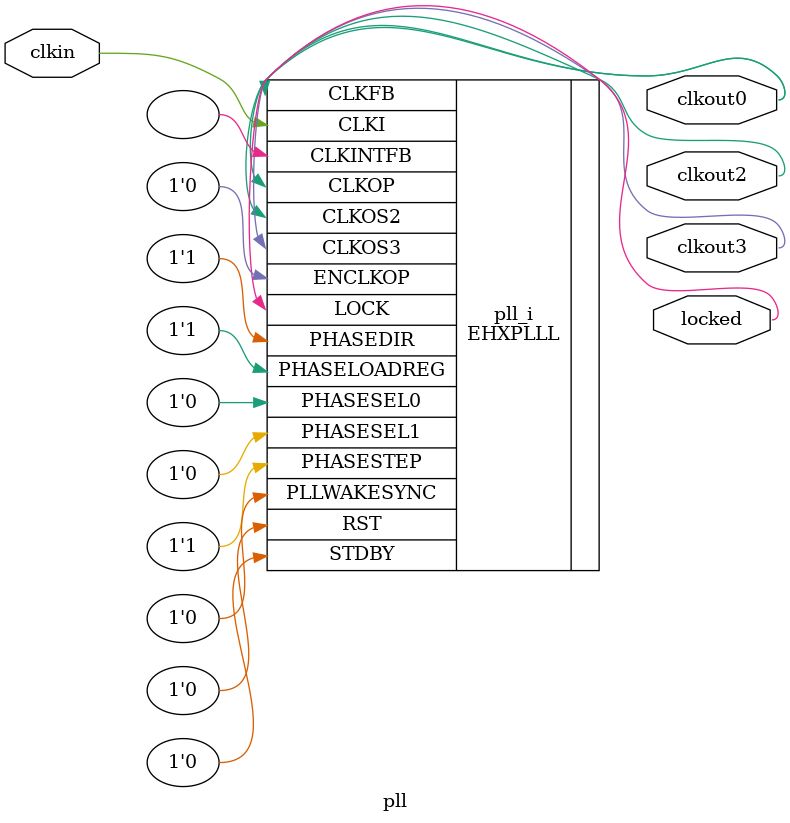
<source format=v>
module pll
(
    input clkin, // 25 MHz, 0 deg
    output clkout0, // 168.75 MHz, 0 deg
    output clkout2, // 33.75 MHz, 0 deg
    output clkout3, // 75 MHz, 0 deg
    output locked
);
(* FREQUENCY_PIN_CLKI="25" *)
(* FREQUENCY_PIN_CLKOP="168.75" *)
(* FREQUENCY_PIN_CLKOS2="33.75" *)
(* FREQUENCY_PIN_CLKOS3="75" *)
(* ICP_CURRENT="12" *) (* LPF_RESISTOR="8" *) (* MFG_ENABLE_FILTEROPAMP="1" *) (* MFG_GMCREF_SEL="2" *)
EHXPLLL #(
        .PLLRST_ENA("DISABLED"),
        .INTFB_WAKE("DISABLED"),
        .STDBY_ENABLE("DISABLED"),
        .DPHASE_SOURCE("DISABLED"),
        .OUTDIVIDER_MUXA("DIVA"),
        .OUTDIVIDER_MUXB("DIVB"),
        .OUTDIVIDER_MUXC("DIVC"),
        .OUTDIVIDER_MUXD("DIVD"),
        .CLKI_DIV(4),
        .CLKOP_ENABLE("ENABLED"),
        .CLKOP_DIV(4),
        .CLKOP_CPHASE(2),
        .CLKOP_FPHASE(0),
        .CLKOS2_ENABLE("ENABLED"),
        .CLKOS2_DIV(20),
        .CLKOS2_CPHASE(2),
        .CLKOS2_FPHASE(0),
        .CLKOS3_ENABLE("ENABLED"),
        .CLKOS3_DIV(9),
        .CLKOS3_CPHASE(2),
        .CLKOS3_FPHASE(0),
        .FEEDBK_PATH("CLKOP"),
        .CLKFB_DIV(27)
    ) pll_i (
        .RST(1'b0),
        .STDBY(1'b0),
        .CLKI(clkin),
        .CLKOP(clkout0),
        .CLKOS2(clkout2),
        .CLKOS3(clkout3),
        .CLKFB(clkout0),
        .CLKINTFB(),
        .PHASESEL0(1'b0),
        .PHASESEL1(1'b0),
        .PHASEDIR(1'b1),
        .PHASESTEP(1'b1),
        .PHASELOADREG(1'b1),
        .PLLWAKESYNC(1'b0),
        .ENCLKOP(1'b0),
        .LOCK(locked)
	);
endmodule

</source>
